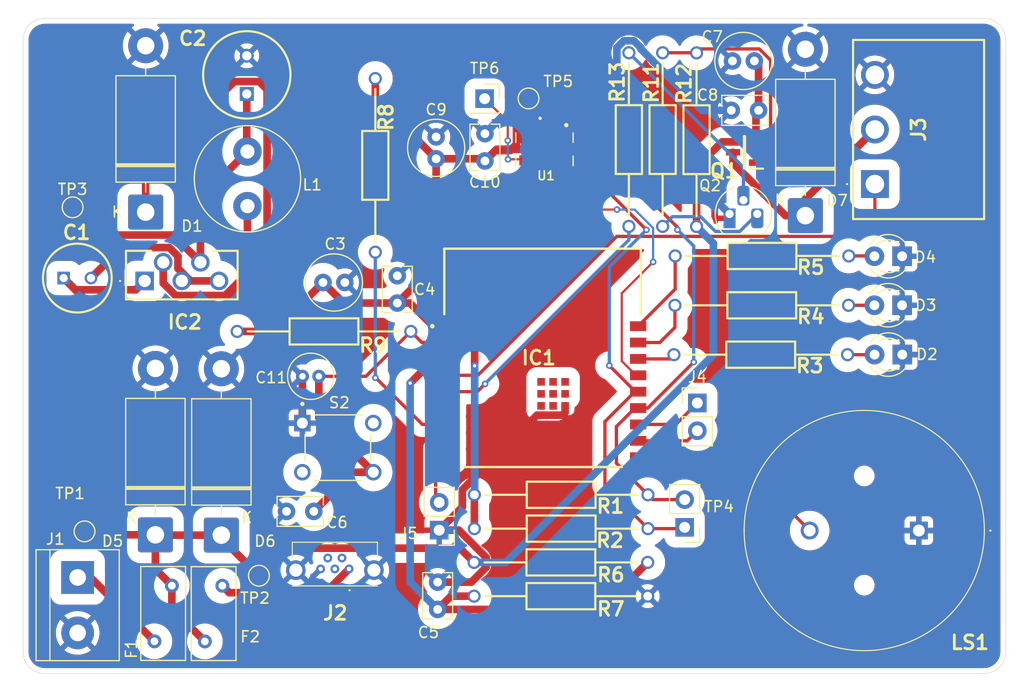
<source format=kicad_pcb>
(kicad_pcb (version 20241229) (generator "pcbnew") (generator_version "9.0")
  (layers (0 "F.Cu" signal) (2 "B.Cu" signal) (13 "F.Paste" user) (15 "B.Paste" user) (5 "F.SilkS" user "F.Silkscreen") (7 "B.SilkS" user "B.Silkscreen") (1 "F.Mask" user) (3 "B.Mask" user) (25 "Edge.Cuts" user))
  (net 0 "")
  (net 1 "+5V")
  (net 2 "Net-(C1--)")
  (net 3 "+3V3")
  (net 4 "GND")
  (net 5 "+3.3V")
  (net 6 "BAT_V")
  (net 7 "MRESET")
  (net 8 "Net-(D1-K)")
  (net 9 "Net-(D2-A)")
  (net 10 "Net-(D3-A)")
  (net 11 "Net-(D4-A)")
  (net 12 "Net-(D7-K)")
  (net 16 "SDA")
  (net 17 "YLED")
  (net 19 "SERVO")
  (net 21 "RX")
  (net 22 "SCL")
  (net 23 "WAKE_INT")
  (net 26 "Net-(IC1-IO8)")
  (net 27 "GLED")
  (net 28 "RLED")
  (net 29 "CONTROL")
  (net 30 "BUZZ")
  (net 33 "TX")
  (net 34 "BOOT")
  (net 36 "Net-(Q1-G)")
  (net 37 "Net-(Q2-B)")
  (net 38 "Net-(Q2-C)")
  (net 43 "Net-(F2-Pad1)")
  (net 44 "Net-(J1-Pin_1)")
  (footprint "SamacSys_Parts:CAPPRD350W65D800H1300" (layer "F.Cu") (at 40.4903 56.9256 90)
    (property "Reference" "C2")
    (property "Value" "330uF" (hide yes))
  )
  (footprint "SamacSys_Parts:ESP32C3WROOM02N4" (layer "F.Cu") (at 68.5409 84.3893)
    (property "Reference" "IC1")
    (property "Value" "ESP32-C3-WROOM-02-N4" (hide yes))
  )
  (footprint "SamacSys_Parts:RESAD1590W60L630D240" (layer "F.Cu") (at 61.3059 102.9155)
    (property "Reference" "R7")
    (property "Value" "6.8kOhms" (hide yes))
  )
  (footprint "Fuse:Fuse_BelFuse_0ZRE0012FF_L8.3mm_W3.8mm" (layer "F.Cu") (at 32.031 107.052 90)
    (property "Reference" "F1")
    (property "Value" "Polyfuse")
  )
  (footprint "LED_THT:LED_D3.0mm" (layer "F.Cu") (at 100.5191 80.7928 180)
    (property "Reference" "D2")
    (property "Value" "R-LED")
  )
  (footprint "Capacitor_THT:C_Rect_L4.0mm_W2.5mm_P2.50mm" (layer "F.Cu") (at 54.2748 73.5738 -90)
    (property "Reference" "C4")
    (property "Value" "0.1uF")
  )
  (footprint "Fuse:Fuse_BelFuse_0ZRE0012FF_L8.3mm_W3.8mm" (layer "F.Cu") (at 38.251 101.962 -90)
    (property "Reference" "F2")
    (property "Value" "Polyfuse")
  )
  (footprint "Diode_THT:D_DO-201AD_P15.24mm_Horizontal" (layer "F.Cu") (at 32.1198 97.2985 90)
    (property "Reference" "D5")
    (property "Value" "1N5822")
  )
  (footprint "SamacSys_Parts:SOT95P237X112-3N" (layer "F.Cu") (at 86.0707 62.2627 180)
    (property "Reference" "Q1")
    (property "Value" "IRLML6402TRPBF" (hide yes))
  )
  (footprint "SamacSys_Parts:RESAD1590W60L630D240" (layer "F.Cu") (at 78.5735 69.0533 90)
    (property "Reference" "R11")
    (property "Value" "100 Ohms" (hide yes))
  )
  (footprint "TestPoint:TestPoint_Pad_D1.5mm" (layer "F.Cu") (at 41.601 101.042)
    (property "Reference" "TP2")
    (property "Value" "TP_Ext")
  )
  (footprint "SamacSys_Parts:PKM22EPPH4001B0" (layer "F.Cu") (at 102.0381 96.9069 180)
    (property "Reference" "LS1")
    (property "Value" "PKM22EPPH4001-B0" (hide yes))
  )
  (footprint "Connector_PinSocket_2.54mm:PinSocket_1x01_P2.54mm_Vertical" (layer "F.Cu") (at 62.2737 57.3568)
    (property "Reference" "TP6")
    (property "Value" "TP_IMUINT")
  )
  (footprint "LED_THT:LED_D3.0mm" (layer "F.Cu") (at 100.5048 76.2736 180)
    (property "Reference" "D3")
    (property "Value" "Y-LED")
  )
  (footprint "SamacSys_Parts:RESAD1590W60L630D240" (layer "F.Cu") (at 61.3298 96.7325)
    (property "Reference" "R2")
    (property "Value" "4k7Ohms" (hide yes))
  )
  (footprint "Diode_THT:D_DO-201AD_P15.24mm_Horizontal" (layer "F.Cu") (at 38.1598 97.3285 90)
    (property "Reference" "D6")
    (property "Value" "1N5822")
  )
  (footprint "Diode_THT:D_DO-201AD_P15.24mm_Horizontal" (layer "F.Cu") (at 31.2303 67.7456 90)
    (property "Reference" "D1")
    (property "Value" "1N5822")
  )
  (footprint "Connector_PinHeader_2.54mm:PinHeader_1x02_P2.54mm_Vertical" (layer "F.Cu") (at 81.75 85.225)
    (property "Reference" "J4")
    (property "Value" "UART")
  )
  (footprint "SamacSys_Parts:TBP04R1250003BE" (layer "F.Cu") (at 98.0123 65.1785 90)
    (property "Reference" "J3")
    (property "Value" "TBP04R12-500-03BE" (hide yes))
  )
  (footprint "Diode_THT:D_DO-201AD_P15.24mm_Horizontal" (layer "F.Cu") (at 91.6423 68.0685 90)
    (property "Reference" "D7")
    (property "Value" "1N5822")
  )
  (footprint "ADXL345BCCZ-RL7:PQFN80P500X300X100-14N" (layer "F.Cu") (at 67.75 61.99 -90)
    (property "Reference" "U1")
    (property "Value" "ADXL345BCCZ-RL7")
  )
  (footprint "SamacSys_Parts:RESAD1590W60L630D240" (layer "F.Cu") (at 79.722437 71.75847)
    (property "Reference" "R5")
    (property "Value" "27 Ohms" (hide yes))
  )
  (footprint "Capacitor_THT:C_Rect_L4.0mm_W2.5mm_P2.50mm" (layer "F.Cu") (at 84.8607 58.4227)
    (property "Reference" "C8")
    (property "Value" "0.1uF")
  )
  (footprint "SamacSys_Parts:RESAD1590W60L630D240" (layer "F.Cu") (at 81.6796 53.1624 -90)
    (property "Reference" "R12")
    (property "Value" "100kOhms" (hide yes))
  )
  (footprint "SamacSys_Parts:USB3145301A" (layer "F.Cu") (at 48.556 100.202 180)
    (property "Reference" "J2")
    (property "Value" "USB3145-30-1-A" (hide yes))
  )
  (footprint "LED_THT:LED_D3.0mm" (layer "F.Cu") (at 100.5054 71.7858 180)
    (property "Reference" "D4")
    (property "Value" "G-LED")
  )
  (footprint "Inductor_THT:L_Radial_D9.5mm_P5.00mm_Fastron_07HVP" (layer "F.Cu") (at 40.5503 67.1956 90)
    (property "Reference" "L1")
    (property "Value" "330uH")
  )
  (footprint "SamacSys_Parts:CAPPRD250W55D630H1220" (layer "F.Cu") (at 23.7203 73.7856)
    (property "Reference" "C1")
    (property "Value" "100uF")
  )
  (footprint "TestPoint:TestPoint_Pad_D1.5mm" (layer "F.Cu") (at 25.631 96.982 180)
    (property "Reference" "TP1")
    (property "Value" "TP_Bat")
  )
  (footprint "SamacSys_Parts:RESAD1590W60L630D240" (layer "F.Cu") (at 75.482 69.0533 90)
    (property "Reference" "R13")
    (property "Value" "10kOhms" (hide yes))
  )
  (footprint "Capacitor_THT:C_Radial_D4.0mm_H7.0mm_P1.50mm" (layer "F.Cu") (at 47.0894 82.781 180)
    (property "Reference" "C11")
    (property "Value" "1uF")
  )
  (footprint "SamacSys_Parts:RESAD1590W60L630D240" (layer "F.Cu") (at 55.5094 78.671 180)
    (property "Reference" "R9")
    (property "Value" "10kOhms" (hide yes))
  )
  (footprint "SamacSys_Parts:RESAD1590W60L630D240" (layer "F.Cu") (at 79.700096 76.279922)
    (property "Reference" "R4")
    (property "Value" "27 Ohms" (hide yes))
  )
  (footprint "SamacSys_Parts:RESAD1590W60L630D240" (layer "F.Cu") (at 61.3308 93.6315)
    (property "Reference" "R1")
    (property "Value" "4k7Ohms" (hide yes))
  )
  (footprint "Capacitor_THT:C_Radial_D5.0mm_H11.0mm_P2.00mm" (layer "F.Cu") (at 84.9707 53.9027)
    (property "Reference" "C7")
    (property "Value" "10uF")
  )
  (footprint "Connector_PinHeader_2.54mm:PinHeader_1x02_P2.54mm_Vertical" (layer "F.Cu") (at 58.1108 96.8715 180)
    (property "Reference" "J5")
    (property "Value" "Boot Pins")
  )
  (footprint "Connector_PinHeader_2.54mm:PinHeader_1x02_P2.54mm_Vertical" (layer "F.Cu") (at 80.5908 96.6115 180)
    (property "Reference" "TP4")
    (property "Value" "TP_I2C")
  )
  (footprint "TerminalBlock:TerminalBlock_bornier-2_P5.08mm" (layer "F.Cu") (at 25.001 101.202 -90)
    (property "Reference" "J1")
    (property "Value" "Screw_Terminal_01x02")
  )
  (footprint "Package_TO_SOT_THT:TO-92_HandSolder" (layer "F.Cu") (at 84.7007 67.9127)
    (property "Reference" "Q2")
    (property "Value" "BC547B")
  )
  (footprint "SamacSys_Parts:RESAD1590W60L630D240" (layer "F.Cu") (at 61.3059 99.824)
    (property "Reference" "R6")
    (property "Value" "10kOhms" (hide yes))
  )
  (footprint "TestPoint:TestPoint_Pad_D1.5mm" (layer "F.Cu") (at 24.5403 67.3056)
    (property "Reference" "TP3")
    (property "Value" "TP_3V3")
  )
  (footprint "SamacSys_Parts:LM257533WT" (layer "F.Cu") (at 31.1363 74.0456)
    (property "Reference" "IC2")
    (property "Value" "LM2575-3.3WT" (hide yes))
  )
  (footprint "Capacitor_THT:C_Radial_D5.0mm_H11.0mm_P2.00mm" (layer "F.Cu") (at 49.47 74.19 180)
    (property "Reference" "C3")
    (property "Value" "10uF")
  )
  (footprint "Capacitor_THT:C_Radial_D5.0mm_H11.0mm_P2.00mm" (layer "F.Cu") (at 57.83 60.86 -90)
    (property "Reference" "C9")
    (property "Value" "10uF")
  )
  (footprint "Capacitor_THT:C_Rect_L4.0mm_W2.5mm_P2.50mm" (layer "F.Cu") (at 57.9708 104.1315 90)
    (property "Reference" "C5")
    (property "Value" "0.1uF")
  )
  (footprint "Capacitor_THT:C_Rect_L4.0mm_W2.5mm_P2.50mm" (layer "F.Cu") (at 62.3 60.56 -90)
    (property "Reference" "C10")
    (property "Value" "0.1uF")
  )
  (footprint "Capacitor_THT:C_Rect_L4.0mm_W2.5mm_P2.50mm" (layer "F.Cu") (at 44.131 95.152)
    (property "Reference" "C6")
    (property "Value" "0.1uF")
  )
  (footprint "TS02-66-60-BK-260-LCR-D:SW_TS02-66-60-BK-260-LCR-D" (layer "F.Cu") (at 48.828716 89.31651)
    (property "Reference" "S2")
    (property "Value" "TS02-66-60-BK-260-LCR-D")
  )
  (footprint "SamacSys_Parts:RESAD1590W60L630D240" (layer "F.Cu") (at 79.605744 80.802244)
    (property "Reference" "R3")
    (property "Value" "27 Ohms" (hide yes))
  )
  (footprint "SamacSys_Parts:RESAD1590W60L630D240" (layer "F.Cu") (at 52.2603 55.5156 -90)
    (property "Reference" "R8")
    (property "Value" "10kOhms" (hide yes))
  )
  (footprint "TestPoint:TestPoint_Pad_D1.5mm" (layer "F.Cu") (at 66.2937 57.3368)
    (property "Reference" "TP5")
    (property "Value" "TP_IMUV")
  )
  (gr_line (start 108 110) (end 22 110) (stroke (width 0.05)) (layer "Edge.Cuts"))
  (gr_arc (start 108 50) (mid 109.414214 50.585786) (end 110 52) (stroke (width 0.05)) (layer "Edge.Cuts"))
  (gr_line (start 22 50) (end 108 50) (stroke (width 0.05)) (layer "Edge.Cuts"))
  (gr_arc (start 20 52) (mid 20.585786 50.585786) (end 22 50) (stroke (width 0.05)) (layer "Edge.Cuts"))
  (gr_arc (start 22 110) (mid 20.585786 109.414214) (end 20 108) (stroke (width 0.05)) (layer "Edge.Cuts"))
  (gr_line (start 20 108) (end 20 52) (stroke (width 0.05)) (layer "Edge.Cuts"))
  (gr_line (start 110 52) (end 110 108) (stroke (width 0.05)) (layer "Edge.Cuts"))
  (gr_arc (start 110 108) (mid 109.414214 109.414214) (end 108 110) (stroke (width 0.05)) (layer "Edge.Cuts"))
  (segment (start 81.6796 69.0624) (end 81.6796 63.6518) (width 0.7) (layer "F.Cu") (net 1))
  (segment (start 38.1598 97.6008) (end 41.601 101.042) (width 0.7) (layer "F.Cu") (net 1))
  (segment (start 31.1363 74.0456) (end 30.3203 74.8616) (width 0.7) (layer "F.Cu") (net 1))
  (segment (start 84.0187 61.3127) (end 87.1207 61.3127) (width 0.7) (layer "F.Cu") (net 1))
  (segment (start 38.1598 97.3285) (end 32.1498 97.3285) (width 0.7) (layer "F.Cu") (net 1))
  (segment (start 81.6796 63.6518) (end 84.0187 61.3127) (width 0.7) (layer "F.Cu") (net 1))
  (segment (start 87.3607 58.4227) (end 87.3607 54.2927) (width 0.7) (layer "F.Cu") (net 1))
  (segment (start 32.1498 97.3285) (end 32.1198 97.2985) (width 0.7) (layer "F.Cu") (net 1))
  (segment (start 33.631 101.952) (end 33.631 104.042) (width 0.7) (layer "F.Cu") (net 1))
  (segment (start 87.1207 58.6627) (end 87.3607 58.4227) (width 0.7) (layer "F.Cu") (net 1))
  (segment (start 25.631 75.6963) (end 23.7203 73.7856) (width 0.7) (layer "F.Cu") (net 1))
  (segment (start 87.3607 54.2927) (end 86.9707 53.9027) (width 0.7) (layer "F.Cu") (net 1))
  (segment (start 25.631 96.982) (end 25.631 75.6963) (width 0.7) (layer "F.Cu") (net 1))
  (segment (start 30.3203 74.8616) (end 24.7963 74.8616) (width 0.7) (layer "F.Cu") (net 1))
  (segment (start 60.0029 98.521) (end 44.122 98.521) (width 0.7) (layer "F.Cu") (net 1))
  (segment (start 38.1598 97.3285) (end 38.1598 97.6008) (width 0.7) (layer "F.Cu") (net 1))
  (segment (start 61.3059 99.824) (end 60.0029 98.521) (width 0.7) (layer "F.Cu") (net 1))
  (segment (start 44.122 98.521) (end 41.601 101.042) (width 0.7) (layer "F.Cu") (net 1))
  (segment (start 87.1207 61.3127) (end 87.1207 58.6627) (width 0.7) (layer "F.Cu") (net 1))
  (segment (start 32.1198 97.2985) (end 32.1198 100.4408) (width 0.7) (layer "F.Cu") (net 1))
  (segment (start 25.9475 97.2985) (end 25.631 96.982) (width 0.7) (layer "F.Cu") (net 1))
  (segment (start 32.1198 97.2985) (end 25.9475 97.2985) (width 0.7) (layer "F.Cu") (net 1))
  (segment (start 24.7963 74.8616) (end 23.7203 73.7856) (width 0.7) (layer "F.Cu") (net 1))
  (segment (start 33.631 104.042) (end 36.651 107.062) (width 0.7) (layer "F.Cu") (net 1))
  (segment (start 32.1198 100.4408) (end 33.631 101.952) (width 0.7) (layer "F.Cu") (net 1))
  (segment (start 83.22 80.812786) (end 64.208786 99.824) (width 0.7) (layer "B.Cu") (net 1))
  (segment (start 83.22 70.6028) (end 83.22 80.812786) (width 0.7) (layer "B.Cu") (net 1))
  (segment (start 81.6796 69.0624) (end 83.22 70.6028) (width 0.7) (layer "B.Cu") (net 1))
  (segment (start 64.208786 99.824) (end 61.3059 99.824) (width 0.7) (layer "B.Cu") (net 1))
  (segment (start 35.330233 74.0456) (end 34.1868 72.902167) (width 0.7) (layer "F.Cu") (net 2))
  (segment (start 34.1868 72.902167) (end 34.1868 71.785033) (width 0.7) (layer "F.Cu") (net 2))
  (segment (start 33.396867 70.9951) (end 29.0108 70.9951) (width 0.7) (layer "F.Cu") (net 2))
  (segment (start 29.0108 70.9951) (end 26.2203 73.7856) (width 0.7) (layer "F.Cu") (net 2))
  (segment (start 34.1868 71.785033) (end 33.396867 70.9951) (width 0.7) (layer "F.Cu") (net 2))
  (segment (start 37.9433 74.0456) (end 35.330233 74.0456) (width 0.7) (layer "F.Cu") (net 2))
  (segment (start 36.2413 66.5046) (end 36.2413 72.3436) (width 0.7) (layer "F.Cu") (net 3))
  (segment (start 40.4903 62.1356) (end 40.5503 62.1956) (width 0.7) (layer "F.Cu") (net 3))
  (segment (start 33.7443 69.8466) (end 36.2413 72.3436) (width 0.7) (layer "F.Cu") (net 3))
  (segment (start 40.5503 62.1956) (end 36.2413 66.5046) (width 0.7) (layer "F.Cu") (net 3))
  (segment (start 40.4903 56.9256) (end 40.4903 62.1356) (width 0.7) (layer "F.Cu") (net 3))
  (segment (start 24.5403 67.3056) (end 27.0813 69.8466) (width 0.7) (layer "F.Cu") (net 3))
  (segment (start 27.0813 69.8466) (end 33.7443 69.8466) (width 0.7) (layer "F.Cu") (net 3))
  (segment (start 66.55 60.98) (end 67.35 60.98) (width 0.3) (layer "F.Cu") (net 4))
  (segment (start 68.949 60.219) (end 68.95 60.22) (width 0.3) (layer "F.Cu") (net 4))
  (segment (start 69.6409 86.0913) (end 69.6409 85.4893) (width 0.7) (layer "F.Cu") (net 4))
  (segment (start 58.1108 96.8715) (end 60.2298 94.7525) (width 0.7) (layer "F.Cu") (net 4))
  (segment (start 67.311 60.219) (end 68.949 60.219) (width 0.3) (layer "F.Cu") (net 4))
  (segment (start 66.55 60.98) (end 67.311 60.219) (width 0.3) (layer "F.Cu") (net 4))
  (segment (start 69.3919 86.3403) (end 69.6409 86.0913) (width 0.7) (layer "F.Cu") (net 4))
  (segment (start 62.4069 100.28005) (end 61.05545 101.6315) (width 0.7) (layer "F.Cu") (net 4))
  (segment (start 59.91045 96.8715) (end 62.4069 99.36795) (width 0.7) (layer "F.Cu") (net 4))
  (segment (start 67.06495 86.3403) (end 69.3919 86.3403) (width 0.7) (layer "F.Cu") (net 4))
  (segment (start 45.578716 87.06651) (end 45.578716 82.791684) (width 0.7) (layer "F.Cu") (net 4))
  (segment (start 67.354265 60.975735) (end 67.35 60.98) (width 0.3) (layer "F.Cu") (net 4))
  (segment (start 68.95 63) (end 68.95 60.98) (width 0.3) (layer "F.Cu") (net 4))
  (segment (start 60.2298 93.17545) (end 67.06495 86.3403) (width 0.7) (layer "F.Cu") (net 4))
  (segment (start 68.95 60.22) (end 68.95 60.98) (width 0.3) (layer "F.Cu") (net 4))
  (segment (start 61.05545 101.6315) (end 57.9708 101.6315) (width 0.7) (layer "F.Cu") (net 4))
  (segment (start 62.4069 99.36795) (end 62.4069 100.28005) (width 0.7) (layer "F.Cu") (net 4))
  (segment (start 60.2298 94.7525) (end 60.2298 93.17545) (width 0.7) (layer "F.Cu") (net 4))
  (segment (start 67.354265 59.154265) (end 67.354265 60.975735) (width 0.3) (layer "F.Cu") (net 4))
  (segment (start 58.1108 96.8715) (end 59.91045 96.8715) (width 0.7) (layer "F.Cu") (net 4))
  (segment (start 45.578716 82.791684) (end 45.5894 82.781) (width 0.7) (layer "F.Cu") (net 4))
  (via (at 67.354265 59.154265) (size 0.6) (drill 0.3) (layers "F.Cu" "B.Cu") (net 4))
  (segment (start 76.583 52.813) (end 82.1927 58.4227) (width 0.7) (layer "B.Cu") (net 4))
  (segment (start 84.7007 67.9127) (end 74.381 57.593) (width 0.7) (layer "B.Cu") (net 4))
  (segment (start 75.02595 52.0523) (end 75.93805 52.0523) (width 0.7) (layer "B.Cu") (net 4))
  (segment (start 75.93805 52.0523) (end 76.583 52.69725) (width 0.7) (layer "B.Cu") (net 4))
  (segment (start 74.381 57.593) (end 74.381 52.69725) (width 0.7) (layer "B.Cu") (net 4))
  (segment (start 63.705735 59.154265) (end 67.354265 59.154265) (width 0.7) (layer "B.Cu") (net 4))
  (segment (start 62.3 60.56) (end 63.705735 59.154265) (width 0.7) (layer "B.Cu") (net 4))
  (segment (start 76.583 52.69725) (end 76.583 52.813) (width 0.7) (layer "B.Cu") (net 4))
  (segment (start 74.381 52.69725) (end 75.02595 52.0523) (width 0.7) (layer "B.Cu") (net 4))
  (segment (start 82.1927 58.4227) (end 84.8607 58.4227) (width 0.7) (layer "B.Cu") (net 4))
  (segment (start 65.75 60.98) (end 65.75 61.98) (width 0.3) (layer "F.Cu") (net 5))
  (segment (start 55.4338 76.0738) (end 54.2748 76.0738) (width 0.7) (layer "F.Cu") (net 5))
  (segment (start 65.75 59.91) (end 67.11 58.55) (width 0.3) (layer "F.Cu") (net 5))
  (segment (start 58.8309 78.1893) (end 57.5493 78.1893) (width 0.7) (layer "F.Cu") (net 5))
  (segment (start 65.75 61.98) (end 65.74 61.99) (width 0.3) (layer "F.Cu") (net 5))
  (segment (start 39.6094 78.671) (end 42.989 78.671) (width 0.7) (layer "F.Cu") (net 5))
  (segment (start 57.83 72.5186) (end 54.2748 76.0738) (width 0.7) (layer "F.Cu") (net 5))
  (segment (start 61.36 79.8884) (end 61.36 81.82) (width 0.7) (layer "F.Cu") (net 5))
  (segment (start 54.2748 76.0738) (end 49.3538 76.0738) (width 0.7) (layer "F.Cu") (net 5))
  (segment (start 57.83 62.86) (end 57.83 72.5186) (width 0.7) (layer "F.Cu") (net 5))
  (segment (start 57.5493 78.1893) (end 55.4338 76.0738) (width 0.7) (layer "F.Cu") (net 5))
  (segment (start 49.3538 76.0738) (end 47.47 74.19) (width 0.7) (layer "F.Cu") (net 5))
  (segment (start 59.6609 78.1893) (end 61.36 79.8884) (width 0.7) (layer "F.Cu") (net 5))
  (segment (start 63.37 61.99) (end 62.3 63.06) (width 0.7) (layer "F.Cu") (net 5))
  (segment (start 62.1 62.86) (end 62.3 63.06) (width 0.7) (layer "F.Cu") (net 5))
  (segment (start 68.66 58.55) (end 69.75 59.64) (width 0.3) (layer "F.Cu") (net 5))
  (segment (start 63.251 62.109) (end 62.3 63.06) (width 0.7) (layer "F.Cu") (net 5))
  (segment (start 61.3298 93.6325) (end 61.3308 93.6315) (width 0.7) (layer "F.Cu") (net 5))
  (segment (start 65.191 58.4395) (end 65.191 61.521786) (width 0.7) (layer "F.Cu") (net 5))
  (segment (start 64.603786 62.109) (end 63.251 62.109) (width 0.7) (layer "F.Cu") (net 5))
  (segment (start 65.191 61.521786) (end 64.603786 62.109) (width 0.7) (layer "F.Cu") (net 5))
  (segment (start 66.2937 57.3368) (end 65.191 58.4395) (width 0.7) (layer "F.Cu") (net 5))
  (segment (start 61.3298 96.7325) (end 61.3298 93.6325) (width 0.7) (layer "F.Cu") (net 5))
  (segment (start 57.83 62.86) (end 52.2603 57.2903) (width 0.7) (layer "F.Cu") (net 5))
  (segment (start 57.83 62.86) (end 62.1 62.86) (width 0.7) (layer "F.Cu") (net 5))
  (segment (start 65.75 60.98) (end 65.75 59.91) (width 0.3) (layer "F.Cu") (net 5))
  (segment (start 42.989 78.671) (end 47.47 74.19) (width 0.7) (layer "F.Cu") (net 5))
  (segment (start 52.2603 57.2903) (end 52.2603 55.5156) (width 0.7) (layer "F.Cu") (net 5))
  (segment (start 65.74 61.99) (end 63.37 61.99) (width 0.7) (layer "F.Cu") (net 5))
  (segment (start 69.75 59.64) (end 69.75 60.98) (width 0.3) (layer "F.Cu") (net 5))
  (segment (start 67.11 58.55) (end 68.66 58.55) (width 0.3) (layer "F.Cu") (net 5))
  (segment (start 58.8309 78.1893) (end 59.6609 78.1893) (width 0.7) (layer "F.Cu") (net 5))
  (via (at 61.36 81.82) (size 0.6) (drill 0.3) (layers "F.Cu" "B.Cu") (net 5))
  (segment (start 61.36 93.6023) (end 61.3308 93.6315) (width 0.7) (layer "B.Cu") (net 5))
  (segment (start 61.36 81.82) (end 61.36 93.6023) (width 0.7) (layer "B.Cu") (net 5))
  (segment (start 61.3059 102.9155) (end 59.1868 102.9155) (width 0.7) (layer "F.Cu") (net 6))
  (segment (start 57.6707 81.1893) (end 58.8309 81.1893) (width 0.7) (layer "F.Cu") (net 6))
  (segment (start 59.1868 102.9155) (end 57.9708 104.1315) (width 0.7) (layer "F.Cu") (net 6))
  (segment (start 77.2059 99.824) (end 72.8984 104.1315) (width 0.7) (layer "F.Cu") (net 6))
  (segment (start 72.8984 104.1315) (end 57.9708 104.1315) (width 0.7) (layer "F.Cu") (net 6))
  (segment (start 55.45 83.41) (end 57.6707 81.1893) (width 0.7) (layer "F.Cu") (net 6))
  (via (at 55.45 83.41) (size 0.6) (drill 0.3) (layers "F.Cu" "B.Cu") (net 6))
  (segment (start 57.9708 104.1315) (end 55.45 101.6107) (width 0.7) (layer "B.Cu") (net 6))
  (segment (start 55.45 101.6107) (end 55.45 83.41) (width 0.7) (layer "B.Cu") (net 6))
  (segment (start 51.3994 82.781) (end 55.5094 78.671) (width 0.3) (layer "F.Cu") (net 7))
  (segment (start 47.0894 82.781) (end 51.3994 82.781) (width 0.3) (layer "F.Cu") (net 7))
  (segment (start 50.21649 91.56651) (end 46.631 95.152) (width 0.7) (layer "F.Cu") (net 7))
  (segment (start 47.0894 86.577194) (end 47.0894 82.781) (width 0.7) (layer "F.Cu") (net 7))
  (segment (start 55.5094 78.671) (end 56.5277 79.6893) (width 0.3) (layer "F.Cu") (net 7))
  (segment (start 52.078716 91.56651) (end 47.0894 86.577194) (width 0.7) (layer "F.Cu") (net 7))
  (segment (start 52.078716 91.56651) (end 50.21649 91.56651) (width 0.7) (layer "F.Cu") (net 7))
  (segment (start 56.5277 79.6893) (end 58.8309 79.6893) (width 0.3) (layer "F.Cu") (net 7))
  (segment (start 33.981733 75.3941) (end 32.8383 74.250667) (width 0.7) (layer "F.Cu") (net 8))
  (segment (start 41.6288 55.7871) (end 42.3513 56.5096) (width 0.7) (layer "F.Cu") (net 8))
  (segment (start 40.5503 73.345667) (end 40.5503 67.1956) (width 0.7) (layer "F.Cu") (net 8))
  (segment (start 31.2303 63.9086) (end 39.3518 55.7871) (width 0.7) (layer "F.Cu") (net 8))
  (segment (start 39.3518 55.7871) (end 41.6288 55.7871) (width 0.7) (layer "F.Cu") (net 8))
  (segment (start 42.3513 72.0387) (end 38.9959 75.3941) (width 0.7) (layer "F.Cu") (net 8))
  (segment (start 33.981733 75.3941) (end 38.501867 75.3941) (width 0.7) (layer "F.Cu") (net 8))
  (segment (start 31.2303 67.7456) (end 31.2303 63.9086) (width 0.7) (layer "F.Cu") (net 8))
  (segment (start 42.3513 56.5096) (end 42.3513 72.0387) (width 0.7) (layer "F.Cu") (net 8))
  (segment (start 38.9959 75.3941) (end 33.981733 75.3941) (width 0.7) (layer "F.Cu") (net 8))
  (segment (start 38.501867 75.3941) (end 40.5503 73.345667) (width 0.7) (layer "F.Cu") (net 8))
  (segment (start 32.8383 74.250667) (end 32.8383 72.3436) (width 0.7) (layer "F.Cu") (net 8))
  (segment (start 97.969656 80.802244) (end 97.9791 80.7928) (width 0.3) (layer "F.Cu") (net 9))
  (segment (start 95.505744 80.802244) (end 97.969656 80.802244) (width 0.3) (layer "F.Cu") (net 9))
  (segment (start 97.958478 76.279922) (end 97.9648 76.2736) (width 0.3) (layer "F.Cu") (net 10))
  (segment (start 95.600096 76.279922) (end 97.958478 76.279922) (width 0.3) (layer "F.Cu") (net 10))
  (segment (start 95.622437 71.75847) (end 97.93807 71.75847) (width 0.3) (layer "F.Cu") (net 11))
  (segment (start 97.93807 71.75847) (end 97.9654 71.7858) (width 0.3) (layer "F.Cu") (net 11))
  (segment (start 91.6423 68.0685) (end 91.6423 66.5485) (width 0.7) (layer "F.Cu") (net 12))
  (segment (start 91.6423 66.5485) (end 98.0123 60.1785) (width 0.7) (layer "F.Cu") (net 12))
  (segment (start 85.0207 63.2627) (end 85.0207 62.2627) (width 0.7) (layer "F.Cu") (net 12))
  (segment (start 91.6423 68.0685) (end 89.8265 68.0685) (width 0.7) (layer "F.Cu") (net 12))
  (segment (start 89.8265 68.0685) (end 85.0207 63.2627) (width 0.7) (layer "F.Cu") (net 12))
  (segment (start 77.2298 96.7325) (end 73.29 92.7927) (width 0.3) (layer "F.Cu") (net 16))
  (segment (start 70.7205 63) (end 77.09 69.3695) (width 0.3) (layer "F.Cu") (net 16))
  (segment (start 77.2298 96.7325) (end 80.4698 96.7325) (width 0.3) (layer "F.Cu") (net 16))
  (segment (start 76.0309 84.1893) (end 76.3309 84.1893) (width 0.3) (layer "F.Cu") (net 16))
  (segment (start 69.75 63) (end 70.7205 63) (width 0.3) (layer "F.Cu") (net 16))
  (segment (start 73.69 81.8) (end 76.0793 84.1893) (width 0.3) (layer "F.Cu") (net 16))
  (segment (start 80.4698 96.7325) (end 80.5908 96.6115) (width 0.3) (layer "F.Cu") (net 16))
  (segment (start 73.29 92.7927) (end 73.29 86.9302) (width 0.3) (layer "F.Cu") (net 16))
  (segment (start 69.78 63) (end 69.8 63.02) (width 0.3) (layer "F.Cu") (net 16))
  (segment (start 73.29 86.9302) (end 76.0309 84.1893) (width 0.3) (layer "F.Cu") (net 16))
  (segment (start 76.6329 84.1893) (end 76.3309 84.1893) (width 0.3) (layer "F.Cu") (net 16))
  (segment (start 76.3309 84.1893) (end 76.0289 84.1893) (width 0.3) (layer "F.Cu") (net 16))
  (segment (start 69.75 63) (end 69.78 63) (width 0.3) (layer "F.Cu") (net 16))
  (segment (start 76.0793 84.1893) (end 76.3309 84.1893) (width 0.3) (layer "F.Cu") (net 16))
  (via (at 73.69 81.8) (size 0.6) (drill 0.3) (layers "F.Cu" "B.Cu") (net 16))
  (via (at 77.09 69.3695) (size 0.6) (drill 0.3) (layers "F.Cu" "B.Cu") (net 16))
  (segment (start 73.69 72.7695) (end 73.69 81.8) (width 0.3) (layer "B.Cu") (net 16))
  (segment (start 77.09 69.3695) (end 73.69 72.7695) (width 0.3) (layer "B.Cu") (net 16))
  (segment (start 79.700096 76.279922) (end 79.700096 78.299904) (width 0.3) (layer "F.Cu") (net 17))
  (segment (start 79.700096 78.299904) (end 78.3107 79.6893) (width 0.3) (layer "F.Cu") (net 17))
  (segment (start 78.3107 79.6893) (end 76.3309 79.6893) (width 0.3) (layer "F.Cu") (net 17))
  (segment (start 61.6007 84.1893) (end 62.31 83.48) (width 0.3) (layer "F.Cu") (net 19))
  (segment (start 58.8309 84.1893) (end 61.6007 84.1893) (width 0.3) (layer "F.Cu") (net 19))
  (via (at 62.31 83.48) (size 0.6) (drill 0.3) (layers "F.Cu" "B.Cu") (net 19))
  (segment (start 62.31 83.48) (end 62.31 83.46) (width 0.3) (layer "B.Cu") (net 19))
  (segment (start 75.482 70.288) (end 75.482 69.0533) (width 0.3) (layer "B.Cu") (net 19))
  (segment (start 62.31 83.46) (end 75.482 70.288) (width 0.3) (layer "B.Cu") (net 19))
  (segment (start 80.8257 88.6893) (end 81.75 87.765) (width 0.3) (layer "F.Cu") (net 21))
  (segment (start 76.3309 88.6893) (end 80.8257 88.6893) (width 0.3) (layer "F.Cu") (net 21))
  (segment (start 76.0309 85.6893) (end 76.3309 85.6893) (width 0.3) (layer "F.Cu") (net 22))
  (segment (start 76.3309 85.6893) (end 77.2107 85.6893) (width 0.3) (layer "F.Cu") (net 22))
  (segment (start 72.784407 61.99) (end 79.93 69.135593) (width 0.3) (layer "F.Cu") (net 22))
  (segment (start 77.2107 85.6893) (end 81.42 81.48) (width 0.3) (layer "F.Cu") (net 22))
  (segment (start 79.93 69.135593) (end 79.93 69.36) (width 0.3) (layer "F.Cu") (net 22))
  (segment (start 80.5908 94.0715) (end 77.6708 94.0715) (width 0.3) (layer "F.Cu") (net 22))
  (segment (start 69.76 61.99) (end 72.784407 61.99) (width 0.3) (layer "F.Cu") (net 22))
  (segment (start 77.2308 93.6315) (end 74.34 90.7407) (width 0.3) (layer "F.Cu") (net 22))
  (segment (start 77.6708 94.0715) (end 77.2308 93.6315) (width 0.3) (layer "F.Cu") (net 22))
  (segment (start 74.34 90.7407) (end 74.34 87.3802) (width 0.3) (layer "F.Cu") (net 22))
  (segment (start 74.34 87.3802) (end 76.0309 85.6893) (width 0.3) (layer "F.Cu") (net 22))
  (via (at 81.42 81.48) (size 0.6) (drill 0.3) (layers "F.Cu" "B.Cu") (net 22))
  (via (at 79.93 69.36) (size 0.6) (drill 0.3) (layers "F.Cu" "B.Cu") (net 22))
  (segment (start 81.42 70.85) (end 79.93 69.36) (width 0.3) (layer "B.Cu") (net 22))
  (segment (start 81.42 81.48) (end 81.42 70.85) (width 0.3) (layer "B.Cu") (net 22))
  (segment (start 65.66 62.91) (end 65.75 63) (width 0.2) (layer "F.Cu") (net 23))
  (segment (start 62.2737 57.3568) (end 64.39 59.4731) (width 0.2) (layer "F.Cu") (net 23))
  (segment (start 65.75 63.66) (end 69.604015 67.514015) (width 0.2) (layer "F.Cu") (net 23))
  (segment (start 65.75 63) (end 65.75 63.66) (width 0.2) (layer "F.Cu") (net 23))
  (segment (start 64.41 62.91) (end 65.66 62.91) (width 0.2) (layer "F.Cu") (net 23))
  (segment (start 69.604015 67.514015) (end 74.385985 67.514015) (width 0.2) (layer "F.Cu") (net 23))
  (segment (start 74.83 75.18) (end 74.83 81.3904) (width 0.2) (layer "F.Cu") (net 23))
  (segment (start 76.1289 82.6893) (end 76.3309 82.6893) (width 0.2) (layer "F.Cu") (net 23))
  (segment (start 77.7 72.31) (end 74.83 75.18) (width 0.2) (layer "F.Cu") (net 23))
  (segment (start 64.39 59.4731) (end 64.39 61.19) (width 0.2) (layer "F.Cu") (net 23))
  (segment (start 74.83 81.3904) (end 76.1289 82.6893) (width 0.2) (layer "F.Cu") (net 23))
  (via (at 77.7 72.31) (size 0.6) (drill 0.3) (layers "F.Cu" "B.Cu") (net 23))
  (via (at 64.39 61.19) (size 0.6) (drill 0.3) (layers "F.Cu" "B.Cu") (net 23))
  (via (at 74.385985 67.514015) (size 0.6) (drill 0.3) (layers "F.Cu" "B.Cu") (net 23))
  (via (at 64.41 62.91) (size 0.6) (drill 0.3) (layers "F.Cu" "B.Cu") (net 23))
  (segment (start 64.39 62.89) (end 64.41 62.91) (width 0.2) (layer "B.Cu") (net 23))
  (segment (start 76.013747 67.514015) (end 77.7 69.200268) (width 0.2) (layer "B.Cu") (net 23))
  (segment (start 74.385985 67.514015) (end 76.013747 67.514015) (width 0.2) (layer "B.Cu") (net 23))
  (segment (start 77.7 69.200268) (end 77.7 72.31) (width 0.2) (layer "B.Cu") (net 23))
  (segment (start 64.39 61.19) (end 64.39 62.89) (width 0.2) (layer "B.Cu") (net 23))
  (segment (start 56.5693 87.1893) (end 52.3 82.92) (width 0.3) (layer "F.Cu") (net 26))
  (segment (start 58.8309 87.1893) (end 56.5693 87.1893) (width 0.3) (layer "F.Cu") (net 26))
  (segment (start 52.3 82.92) (end 52.27 82.92) (width 0.3) (layer "F.Cu") (net 26))
  (via (at 52.27 82.92) (size 0.6) (drill 0.3) (layers "F.Cu" "B.Cu") (net 26))
  (segment (start 52.27 82.55) (end 52.2603 82.5403) (width 0.3) (layer "B.Cu") (net 26))
  (segment (start 52.27 82.92) (end 52.27 82.55) (width 0.3) (layer "B.Cu") (net 26))
  (segment (start 52.2603 82.5403) (end 52.2603 71.4156) (width 0.3) (layer "B.Cu") (net 26))
  (segment (start 79.722437 74.797763) (end 76.3309 78.1893) (width 0.3) (layer "F.Cu") (net 27))
  (segment (start 79.722437 71.75847) (end 79.722437 74.797763) (width 0.3) (layer "F.Cu") (net 27))
  (segment (start 79.605744 80.802244) (end 79.217988 81.19) (width 0.3) (layer "F.Cu") (net 28))
  (segment (start 76.3316 81.19) (end 76.3309 81.1893) (width 0.3) (layer "F.Cu") (net 28))
  (segment (start 79.217988 81.19) (end 76.3316 81.19) (width 0.3) (layer "F.Cu") (net 28))
  (segment (start 98.0123 68.0677) (end 98.0123 65.1785) (width 0.3) (layer "F.Cu") (net 29))
  (segment (start 61.6507 82.6893) (end 74.3705 69.9695) (width 0.3) (layer "F.Cu") (net 29))
  (segment (start 96.1105 69.9695) (end 98.0123 68.0677) (width 0.3) (layer "F.Cu") (net 29))
  (segment (start 74.3705 69.9695) (end 96.1105 69.9695) (width 0.3) (layer "F.Cu") (net 29))
  (segment (start 58.8309 82.6893) (end 61.6507 82.6893) (width 0.3) (layer "F.Cu") (net 29))
  (segment (start 92.0381 96.9069) (end 85.3205 90.1893) (width 0.3) (layer "F.Cu") (net 30))
  (segment (start 85.3205 90.1893) (end 76.3309 90.1893) (width 0.3) (layer "F.Cu") (net 30))
  (segment (start 76.3309 87.1893) (end 79.7857 87.1893) (width 0.3) (layer "F.Cu") (net 33))
  (segment (start 79.7857 87.1893) (end 81.75 85.225) (width 0.3) (layer "F.Cu") (net 33))
  (segment (start 57.7799 89.4403) (end 58.5309 88.6893) (width 0.3) (layer "F.Cu") (net 34))
  (segment (start 58.5309 88.6893) (end 58.8309 88.6893) (width 0.3) (layer "F.Cu") (net 34))
  (segment (start 58.1108 94.3315) (end 57.7799 94.0006) (width 0.3) (layer "F.Cu") (net 34))
  (segment (start 57.7799 94.0006) (end 57.7799 89.4403) (width 0.3) (layer "F.Cu") (net 34))
  (segment (start 87.42675 52.8017) (end 88.4617 53.83665) (width 0.3) (layer "F.Cu") (net 36))
  (segment (start 82.0403 52.8017) (end 87.42675 52.8017) (width 0.3) (layer "F.Cu") (net 36))
  (segment (start 88.4617 61.8717) (end 87.1207 63.2127) (width 0.3) (layer "F.Cu") (net 36))
  (segment (start 81.6796 53.1624) (end 82.0403 52.8017) (width 0.3) (layer "F.Cu") (net 36))
  (segment (start 81.5824 53.1624) (end 81.5733 53.1533) (width 0.3) (layer "F.Cu") (net 36))
  (segment (start 88.4617 53.83665) (end 88.4617 61.8717) (width 0.3) (layer "F.Cu") (net 36))
  (segment (start 81.6796 53.1624) (end 81.5824 53.1624) (width 0.3) (layer "F.Cu") (net 36))
  (segment (start 81.5733 53.1533) (end 78.5735 53.1533) (width 0.3) (layer "F.Cu") (net 36))
  (segment (start 85.9707 66.6427) (end 85.9707 63.642) (width 0.3) (layer "B.Cu") (net 37))
  (segment (start 85.9707 63.642) (end 75.482 53.1533) (width 0.3) (layer "B.Cu") (net 37))
  (segment (start 87.2407 67.9127) (end 85.6397 69.5137) (width 0.3) (layer "B.Cu") (net 38))
  (segment (start 82.052807 68.1614) (end 79.4654 68.1614) (width 0.3) (layer "B.Cu") (net 38))
  (segment (start 79.4654 68.1614) (end 78.5735 69.0533) (width 0.3) (layer "B.Cu") (net 38))
  (segment (start 83.405107 69.5137) (end 82.052807 68.1614) (width 0.3) (layer "B.Cu") (net 38))
  (segment (start 85.6397 69.5137) (end 83.405107 69.5137) (width 0.3) (layer "B.Cu") (net 38))
  (segment (start 47.681 102.597) (end 49.856 100.422) (width 0.7) (layer "F.Cu") (net 43))
  (segment (start 38.251 101.962) (end 38.886 102.597) (width 0.7) (layer "F.Cu") (net 43))
  (segment (start 38.886 102.597) (end 47.681 102.597) (width 0.7) (layer "F.Cu") (net 43))
  (segment (start 26.181 101.202) (end 25.001 101.202) (width 0.7) (layer "F.Cu") (net 44))
  (segment (start 32.031 107.052) (end 26.181 101.202) (width 0.7) (layer "F.Cu") (net 44))
  (zone (net 4) (net_name "GND") (layer "F.Cu") (name "GND_TOP") (priority 1) (connect_pads (clearance 1)) (min_thickness 0.25) (fill yes (thermal_gap 0.5) (thermal_bridge_width 0.5))
    (polygon (pts (xy 19.17 48.43) (xy 111.34 48.32) (xy 111.69 111.97) (xy 17.89 111.15) (xy 18.82 48.44) (xy 19.16 48.43)))
  )
  (zone (net 4) (net_name "GND") (layer "B.Cu") (name "GND") (connect_pads (clearance 1)) (min_thickness 0.25) (fill yes (thermal_gap 0.5) (thermal_bridge_width 0.5))
    (polygon (pts (xy 19.45 49.58) (xy 110.63 48.8) (xy 111.18 111.55) (xy 18.8 110.58) (xy 19.48 49.57)))
  )
)
</source>
